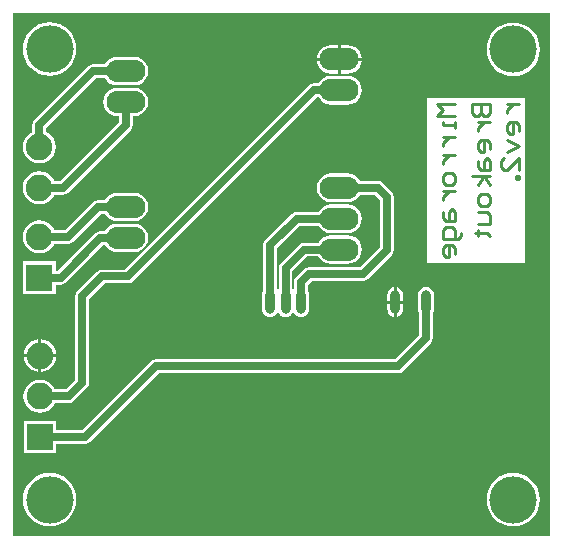
<source format=gbl>
G04 Layer_Physical_Order=2*
G04 Layer_Color=16711680*
%FSLAX24Y24*%
%MOIN*%
G70*
G01*
G75*
%ADD10O,0.0335X0.0787*%
%ADD11O,0.1300X0.0750*%
%ADD12R,0.0886X0.0886*%
%ADD13C,0.0886*%
%ADD14C,0.1575*%
%ADD15C,0.0250*%
%ADD16C,0.0150*%
%ADD17C,0.0100*%
G36*
X28132Y10257D02*
X10258D01*
Y27151D01*
Y27696D01*
X28132D01*
Y10257D01*
D02*
G37*
%LPC*%
G36*
X22939Y18001D02*
X22719D01*
Y17825D01*
X22728Y17755D01*
X22755Y17690D01*
X22798Y17634D01*
X22854Y17591D01*
X22919Y17564D01*
X22939Y17562D01*
Y18001D01*
D02*
G37*
G36*
X11192Y16811D02*
Y16320D01*
X11683D01*
X11671Y16411D01*
X11616Y16543D01*
X11529Y16657D01*
X11416Y16744D01*
X11283Y16799D01*
X11192Y16811D01*
D02*
G37*
G36*
X23259Y18001D02*
X23039D01*
Y17562D01*
X23059Y17564D01*
X23124Y17591D01*
X23180Y17634D01*
X23222Y17690D01*
X23249Y17755D01*
X23259Y17825D01*
Y18001D01*
D02*
G37*
G36*
X23039Y18541D02*
Y18101D01*
X23259D01*
Y18278D01*
X23249Y18347D01*
X23222Y18412D01*
X23180Y18468D01*
X23124Y18511D01*
X23059Y18538D01*
X23039Y18541D01*
D02*
G37*
G36*
X22939D02*
X22919Y18538D01*
X22854Y18511D01*
X22798Y18468D01*
X22755Y18412D01*
X22728Y18347D01*
X22719Y18278D01*
Y18101D01*
X22939D01*
Y18541D01*
D02*
G37*
G36*
X11092Y16811D02*
X11000Y16799D01*
X10868Y16744D01*
X10755Y16657D01*
X10668Y16543D01*
X10613Y16411D01*
X10601Y16320D01*
X11092D01*
Y16811D01*
D02*
G37*
G36*
X26919Y12358D02*
X26745Y12341D01*
X26578Y12290D01*
X26424Y12208D01*
X26289Y12097D01*
X26178Y11962D01*
X26095Y11808D01*
X26045Y11640D01*
X26028Y11467D01*
X26045Y11293D01*
X26095Y11125D01*
X26178Y10971D01*
X26289Y10836D01*
X26424Y10725D01*
X26578Y10643D01*
X26745Y10592D01*
X26919Y10575D01*
X27093Y10592D01*
X27261Y10643D01*
X27415Y10725D01*
X27550Y10836D01*
X27661Y10971D01*
X27743Y11125D01*
X27794Y11293D01*
X27811Y11467D01*
X27794Y11640D01*
X27743Y11808D01*
X27661Y11962D01*
X27550Y12097D01*
X27415Y12208D01*
X27261Y12290D01*
X27093Y12341D01*
X26919Y12358D01*
D02*
G37*
G36*
X11467D02*
X11293Y12341D01*
X11125Y12290D01*
X10971Y12208D01*
X10836Y12097D01*
X10725Y11962D01*
X10643Y11808D01*
X10592Y11640D01*
X10575Y11467D01*
X10592Y11293D01*
X10643Y11125D01*
X10725Y10971D01*
X10836Y10836D01*
X10971Y10725D01*
X11125Y10643D01*
X11293Y10592D01*
X11467Y10575D01*
X11640Y10592D01*
X11808Y10643D01*
X11962Y10725D01*
X12097Y10836D01*
X12208Y10971D01*
X12290Y11125D01*
X12341Y11293D01*
X12358Y11467D01*
X12341Y11640D01*
X12290Y11808D01*
X12208Y11962D01*
X12097Y12097D01*
X11962Y12208D01*
X11808Y12290D01*
X11640Y12341D01*
X11467Y12358D01*
D02*
G37*
G36*
X24009Y18547D02*
X23939Y18538D01*
X23874Y18511D01*
X23818Y18468D01*
X23775Y18412D01*
X23748Y18347D01*
X23739Y18278D01*
Y17825D01*
X23748Y17755D01*
X23775Y17690D01*
X23779Y17685D01*
Y16939D01*
X22979Y16138D01*
X15003D01*
X14915Y16120D01*
X14841Y16071D01*
X12549Y13779D01*
X11685D01*
Y14093D01*
X10599D01*
Y13007D01*
X11685D01*
Y13320D01*
X12644D01*
X12732Y13338D01*
X12806Y13387D01*
X15098Y15679D01*
X23074D01*
X23162Y15697D01*
X23236Y15746D01*
X24171Y16681D01*
X24221Y16756D01*
X24238Y16844D01*
Y17685D01*
X24242Y17690D01*
X24269Y17755D01*
X24279Y17825D01*
Y18278D01*
X24269Y18347D01*
X24242Y18412D01*
X24200Y18468D01*
X24144Y18511D01*
X24079Y18538D01*
X24009Y18547D01*
D02*
G37*
G36*
X11683Y16220D02*
X11192D01*
Y15729D01*
X11283Y15741D01*
X11416Y15795D01*
X11529Y15882D01*
X11616Y15996D01*
X11671Y16128D01*
X11683Y16220D01*
D02*
G37*
G36*
X11092D02*
X10601D01*
X10613Y16128D01*
X10668Y15996D01*
X10755Y15882D01*
X10868Y15795D01*
X11000Y15741D01*
X11092Y15729D01*
Y16220D01*
D02*
G37*
G36*
X27305Y24864D02*
X24033D01*
Y19365D01*
X27305D01*
Y24864D01*
D02*
G37*
G36*
X21069Y26091D02*
X20371D01*
X20381Y26017D01*
X20429Y25902D01*
X20505Y25802D01*
X20604Y25726D01*
X20720Y25678D01*
X20844Y25662D01*
X21069D01*
Y26091D01*
D02*
G37*
G36*
X11467Y27378D02*
X11293Y27361D01*
X11125Y27310D01*
X10971Y27228D01*
X10836Y27117D01*
X10725Y26982D01*
X10643Y26827D01*
X10592Y26660D01*
X10575Y26486D01*
X10592Y26312D01*
X10643Y26145D01*
X10725Y25991D01*
X10836Y25856D01*
X10971Y25745D01*
X11125Y25662D01*
X11293Y25612D01*
X11467Y25595D01*
X11640Y25612D01*
X11808Y25662D01*
X11962Y25745D01*
X12097Y25856D01*
X12208Y25991D01*
X12290Y26145D01*
X12341Y26312D01*
X12358Y26486D01*
X12341Y26660D01*
X12290Y26827D01*
X12208Y26982D01*
X12097Y27117D01*
X11962Y27228D01*
X11808Y27310D01*
X11640Y27361D01*
X11467Y27378D01*
D02*
G37*
G36*
X26919Y27368D02*
X26745Y27351D01*
X26578Y27300D01*
X26424Y27218D01*
X26289Y27107D01*
X26178Y26972D01*
X26095Y26818D01*
X26045Y26650D01*
X26028Y26476D01*
X26045Y26302D01*
X26095Y26135D01*
X26178Y25981D01*
X26289Y25846D01*
X26424Y25735D01*
X26578Y25653D01*
X26745Y25602D01*
X26919Y25585D01*
X27093Y25602D01*
X27261Y25653D01*
X27415Y25735D01*
X27550Y25846D01*
X27661Y25981D01*
X27743Y26135D01*
X27794Y26302D01*
X27811Y26476D01*
X27794Y26650D01*
X27743Y26818D01*
X27661Y26972D01*
X27550Y27107D01*
X27415Y27218D01*
X27261Y27300D01*
X27093Y27351D01*
X26919Y27368D01*
D02*
G37*
G36*
X21394Y26620D02*
X21169D01*
Y26191D01*
X21866D01*
X21856Y26265D01*
X21809Y26381D01*
X21732Y26480D01*
X21633Y26556D01*
X21518Y26604D01*
X21394Y26620D01*
D02*
G37*
G36*
X21069D02*
X20844D01*
X20720Y26604D01*
X20604Y26556D01*
X20505Y26480D01*
X20429Y26381D01*
X20381Y26265D01*
X20371Y26191D01*
X21069D01*
Y26620D01*
D02*
G37*
G36*
X21866Y26091D02*
X21169D01*
Y25662D01*
X21394D01*
X21518Y25678D01*
X21633Y25726D01*
X21732Y25802D01*
X21809Y25902D01*
X21856Y26017D01*
X21866Y26091D01*
D02*
G37*
G36*
X14275Y21699D02*
X13725D01*
X13601Y21683D01*
X13485Y21635D01*
X13386Y21559D01*
X13310Y21460D01*
X13306Y21449D01*
X13071D01*
X12984Y21432D01*
X12909Y21382D01*
X11983Y20456D01*
X11615D01*
X11596Y20500D01*
X11509Y20614D01*
X11396Y20701D01*
X11264Y20755D01*
X11122Y20774D01*
X10980Y20755D01*
X10848Y20701D01*
X10735Y20614D01*
X10648Y20500D01*
X10593Y20368D01*
X10574Y20226D01*
X10593Y20085D01*
X10648Y19953D01*
X10735Y19839D01*
X10848Y19752D01*
X10980Y19697D01*
X11122Y19679D01*
X11264Y19697D01*
X11396Y19752D01*
X11509Y19839D01*
X11596Y19953D01*
X11615Y19997D01*
X12078D01*
X12166Y20014D01*
X12240Y20064D01*
X13166Y20991D01*
X13306D01*
X13310Y20980D01*
X13386Y20881D01*
X13485Y20805D01*
X13601Y20757D01*
X13725Y20741D01*
X14275D01*
X14399Y20757D01*
X14514Y20805D01*
X14614Y20881D01*
X14690Y20980D01*
X14738Y21096D01*
X14754Y21220D01*
X14738Y21344D01*
X14690Y21460D01*
X14614Y21559D01*
X14514Y21635D01*
X14399Y21683D01*
X14275Y21699D01*
D02*
G37*
G36*
X21394Y22340D02*
X20844D01*
X20720Y22324D01*
X20604Y22276D01*
X20505Y22200D01*
X20429Y22101D01*
X20381Y21985D01*
X20365Y21861D01*
X20381Y21737D01*
X20429Y21622D01*
X20505Y21522D01*
X20604Y21446D01*
X20720Y21398D01*
X20844Y21382D01*
X21394D01*
X21518Y21398D01*
X21633Y21446D01*
X21732Y21522D01*
X21809Y21622D01*
X21813Y21632D01*
X22306D01*
X22477Y21460D01*
Y19878D01*
X21814Y19216D01*
X20108D01*
X20020Y19198D01*
X19946Y19148D01*
X19677Y18879D01*
X19627Y18805D01*
X19609Y18717D01*
Y18487D01*
X19584Y18472D01*
X19558Y18487D01*
Y19086D01*
X20044Y19572D01*
X20425D01*
X20429Y19562D01*
X20505Y19462D01*
X20604Y19386D01*
X20720Y19338D01*
X20844Y19322D01*
X21394D01*
X21518Y19338D01*
X21633Y19386D01*
X21732Y19462D01*
X21809Y19562D01*
X21856Y19677D01*
X21873Y19801D01*
X21856Y19925D01*
X21809Y20041D01*
X21732Y20140D01*
X21633Y20216D01*
X21518Y20264D01*
X21394Y20280D01*
X20844D01*
X20720Y20264D01*
X20604Y20216D01*
X20505Y20140D01*
X20429Y20041D01*
X20425Y20031D01*
X19949D01*
X19861Y20013D01*
X19787Y19963D01*
X19167Y19343D01*
X19117Y19269D01*
X19099Y19181D01*
Y18487D01*
X19074Y18472D01*
X19048Y18487D01*
Y19856D01*
X19794Y20602D01*
X20425D01*
X20429Y20592D01*
X20505Y20492D01*
X20604Y20416D01*
X20720Y20368D01*
X20844Y20352D01*
X21394D01*
X21518Y20368D01*
X21633Y20416D01*
X21732Y20492D01*
X21809Y20592D01*
X21856Y20707D01*
X21873Y20831D01*
X21856Y20955D01*
X21809Y21071D01*
X21732Y21170D01*
X21633Y21246D01*
X21518Y21294D01*
X21394Y21310D01*
X20844D01*
X20720Y21294D01*
X20604Y21246D01*
X20505Y21170D01*
X20429Y21071D01*
X20425Y21061D01*
X19699D01*
X19612Y21043D01*
X19537Y20993D01*
X18657Y20113D01*
X18607Y20039D01*
X18589Y19951D01*
Y18418D01*
X18585Y18412D01*
X18558Y18347D01*
X18549Y18278D01*
Y17825D01*
X18558Y17755D01*
X18585Y17690D01*
X18628Y17634D01*
X18684Y17591D01*
X18749Y17564D01*
X18819Y17555D01*
X18889Y17564D01*
X18954Y17591D01*
X19010Y17634D01*
X19045Y17681D01*
X19071Y17685D01*
X19077D01*
X19103Y17681D01*
X19138Y17634D01*
X19194Y17591D01*
X19259Y17564D01*
X19329Y17555D01*
X19399Y17564D01*
X19464Y17591D01*
X19520Y17634D01*
X19555Y17681D01*
X19581Y17685D01*
X19587D01*
X19613Y17681D01*
X19648Y17634D01*
X19704Y17591D01*
X19769Y17564D01*
X19839Y17555D01*
X19909Y17564D01*
X19974Y17591D01*
X20030Y17634D01*
X20072Y17690D01*
X20099Y17755D01*
X20109Y17825D01*
Y18278D01*
X20099Y18347D01*
X20072Y18412D01*
X20068Y18418D01*
Y18622D01*
X20203Y18757D01*
X21909D01*
X21997Y18774D01*
X22072Y18824D01*
X22869Y19621D01*
X22919Y19696D01*
X22936Y19783D01*
Y21555D01*
X22919Y21643D01*
X22869Y21717D01*
X22563Y22023D01*
X22488Y22073D01*
X22401Y22091D01*
X21813D01*
X21809Y22101D01*
X21732Y22200D01*
X21633Y22276D01*
X21518Y22324D01*
X21394Y22340D01*
D02*
G37*
G36*
X14275Y20669D02*
X13725D01*
X13601Y20653D01*
X13485Y20605D01*
X13386Y20529D01*
X13310Y20430D01*
X13306Y20419D01*
X13153D01*
X13065Y20402D01*
X12990Y20352D01*
X11734Y19096D01*
X11665D01*
Y19409D01*
X10579D01*
Y18323D01*
X11665D01*
Y18637D01*
X11829D01*
X11917Y18654D01*
X11991Y18704D01*
X13248Y19961D01*
X13306D01*
X13310Y19950D01*
X13386Y19851D01*
X13485Y19775D01*
X13601Y19727D01*
X13725Y19711D01*
X14275D01*
X14399Y19727D01*
X14514Y19775D01*
X14614Y19851D01*
X14690Y19950D01*
X14738Y20066D01*
X14754Y20190D01*
X14738Y20314D01*
X14690Y20430D01*
X14614Y20529D01*
X14514Y20605D01*
X14399Y20653D01*
X14275Y20669D01*
D02*
G37*
G36*
X14275Y26229D02*
X13725D01*
X13601Y26213D01*
X13485Y26165D01*
X13386Y26089D01*
X13310Y25990D01*
X13306Y25979D01*
X12925D01*
X12837Y25962D01*
X12763Y25912D01*
X10960Y24109D01*
X10910Y24035D01*
X10893Y23947D01*
Y23719D01*
X10848Y23701D01*
X10735Y23614D01*
X10648Y23500D01*
X10593Y23368D01*
X10574Y23226D01*
X10593Y23085D01*
X10648Y22953D01*
X10735Y22839D01*
X10848Y22752D01*
X10980Y22697D01*
X11122Y22679D01*
X11264Y22697D01*
X11396Y22752D01*
X11509Y22839D01*
X11596Y22953D01*
X11651Y23085D01*
X11670Y23226D01*
X11651Y23368D01*
X11596Y23500D01*
X11509Y23614D01*
X11396Y23701D01*
X11351Y23719D01*
Y23852D01*
X13020Y25521D01*
X13306D01*
X13310Y25510D01*
X13386Y25411D01*
X13485Y25335D01*
X13601Y25287D01*
X13725Y25271D01*
X14275D01*
X14399Y25287D01*
X14515Y25335D01*
X14614Y25411D01*
X14690Y25510D01*
X14738Y25626D01*
X14754Y25750D01*
X14738Y25874D01*
X14690Y25990D01*
X14614Y26089D01*
X14515Y26165D01*
X14399Y26213D01*
X14275Y26229D01*
D02*
G37*
G36*
X21394Y25590D02*
X20844D01*
X20720Y25574D01*
X20604Y25526D01*
X20505Y25450D01*
X20429Y25351D01*
X20425Y25341D01*
X20279D01*
X20191Y25323D01*
X20116Y25273D01*
X13980Y19137D01*
X13209D01*
X13121Y19119D01*
X13046Y19070D01*
X12388Y18411D01*
X12338Y18337D01*
X12321Y18249D01*
Y15460D01*
X12000Y15139D01*
X11634D01*
X11616Y15183D01*
X11529Y15297D01*
X11416Y15384D01*
X11283Y15439D01*
X11142Y15457D01*
X11000Y15439D01*
X10868Y15384D01*
X10755Y15297D01*
X10668Y15183D01*
X10613Y15051D01*
X10594Y14910D01*
X10613Y14768D01*
X10668Y14636D01*
X10755Y14522D01*
X10868Y14435D01*
X11000Y14381D01*
X11142Y14362D01*
X11283Y14381D01*
X11416Y14435D01*
X11529Y14522D01*
X11616Y14636D01*
X11634Y14680D01*
X12095D01*
X12183Y14698D01*
X12257Y14747D01*
X12712Y15203D01*
X12762Y15277D01*
X12779Y15365D01*
Y18154D01*
X13304Y18678D01*
X14075D01*
X14163Y18696D01*
X14237Y18745D01*
X20374Y24882D01*
X20425D01*
X20429Y24872D01*
X20505Y24772D01*
X20604Y24696D01*
X20720Y24648D01*
X20844Y24632D01*
X21394D01*
X21518Y24648D01*
X21633Y24696D01*
X21732Y24772D01*
X21809Y24872D01*
X21856Y24987D01*
X21873Y25111D01*
X21856Y25235D01*
X21809Y25351D01*
X21732Y25450D01*
X21633Y25526D01*
X21518Y25574D01*
X21394Y25590D01*
D02*
G37*
G36*
X14275Y25199D02*
X13725D01*
X13601Y25183D01*
X13485Y25135D01*
X13386Y25059D01*
X13310Y24960D01*
X13262Y24844D01*
X13246Y24720D01*
X13262Y24596D01*
X13310Y24480D01*
X13386Y24381D01*
X13485Y24305D01*
X13601Y24257D01*
X13725Y24241D01*
X13771D01*
Y24045D01*
X11805Y22079D01*
X11621D01*
X11596Y22140D01*
X11509Y22254D01*
X11396Y22341D01*
X11264Y22395D01*
X11122Y22414D01*
X10980Y22395D01*
X10848Y22341D01*
X10735Y22254D01*
X10648Y22140D01*
X10593Y22008D01*
X10574Y21866D01*
X10593Y21725D01*
X10648Y21593D01*
X10735Y21479D01*
X10848Y21392D01*
X10980Y21337D01*
X11122Y21319D01*
X11264Y21337D01*
X11396Y21392D01*
X11509Y21479D01*
X11596Y21593D01*
X11608Y21621D01*
X11900D01*
X11988Y21638D01*
X12062Y21688D01*
X14162Y23788D01*
X14212Y23862D01*
X14229Y23950D01*
Y24241D01*
X14275D01*
X14399Y24257D01*
X14515Y24305D01*
X14614Y24381D01*
X14690Y24480D01*
X14738Y24596D01*
X14754Y24720D01*
X14738Y24844D01*
X14690Y24960D01*
X14614Y25059D01*
X14515Y25135D01*
X14399Y25183D01*
X14275Y25199D01*
D02*
G37*
%LPD*%
D10*
X18819Y18051D02*
D03*
X19329D02*
D03*
X19839D02*
D03*
X22989D02*
D03*
X24009D02*
D03*
D11*
X14000Y20190D02*
D03*
Y21220D02*
D03*
X14000Y24720D02*
D03*
Y25750D02*
D03*
X21119Y19801D02*
D03*
Y20831D02*
D03*
Y21861D02*
D03*
Y25111D02*
D03*
Y26141D02*
D03*
D12*
X11142Y13550D02*
D03*
X11122Y18866D02*
D03*
D13*
X11142Y14910D02*
D03*
Y16270D02*
D03*
X11122Y20226D02*
D03*
Y21866D02*
D03*
Y23226D02*
D03*
D14*
X11467Y11467D02*
D03*
X26919D02*
D03*
Y26476D02*
D03*
X11467Y26486D02*
D03*
D15*
X12644Y13550D02*
X15003Y15908D01*
X23074D01*
X24009Y16844D01*
Y18051D01*
X22707Y19783D02*
Y21555D01*
X22401Y21861D01*
X21119D01*
Y20831D02*
X19699D01*
X18819Y19951D01*
Y18051D01*
X19329D02*
Y19181D01*
X19949Y19801D01*
X21119D01*
X21909Y18986D02*
X22707Y19783D01*
X21909Y18986D02*
X20108D01*
X19839Y18717D01*
Y18051D01*
X14000Y23950D02*
Y24720D01*
Y23950D02*
X11900Y21850D01*
X11166D01*
X11122Y20226D02*
X12078D01*
X13071Y21220D01*
X14000D01*
Y20190D02*
X13153D01*
X11829Y18866D01*
X11122D01*
X12550Y18249D02*
X13209Y18907D01*
X14075D01*
X20279Y25111D01*
X21119D01*
X21057Y25049D01*
X14000Y25750D02*
X12925D01*
X11122Y23947D01*
Y23226D01*
X12550Y18249D02*
Y15365D01*
X12095Y14910D01*
X11142D01*
Y13550D02*
X12644D01*
D16*
X11122Y21894D02*
X11166Y21850D01*
X11122Y21894D02*
X10850D01*
Y22050D01*
Y23210D02*
X10935Y23295D01*
D17*
X24585Y19665D02*
X24685Y19565D01*
X24785D01*
Y19965D01*
X24885D02*
X24685D01*
X24585Y19865D01*
Y19665D01*
X24985D02*
Y19865D01*
X24885Y19965D01*
X25085Y20165D02*
X24585D01*
Y20465D01*
X24685Y20565D01*
X24885D01*
X24985Y20465D01*
Y20165D01*
Y20765D02*
Y21065D01*
X24885Y21165D01*
X24785Y21065D01*
Y20765D01*
X24685D02*
X24985D01*
X24685D02*
X24585Y20865D01*
Y21065D01*
Y21465D02*
Y21565D01*
X24685Y21665D01*
X24785Y21765D01*
X24985D01*
X24585D01*
X24685Y21965D02*
X24585Y22065D01*
Y22265D01*
X24685Y22365D01*
X24885D01*
X24985Y22265D01*
Y22065D01*
X24885Y21965D01*
X24685D01*
X25185Y20365D02*
Y20265D01*
X25085Y20165D01*
X25645Y20365D02*
X25745D01*
Y20465D01*
Y20265D01*
Y20365D01*
X26045D01*
X26145Y20265D01*
Y20665D02*
X25745D01*
X26145D02*
Y20965D01*
X26045Y21065D01*
X25745D01*
X25845Y21265D02*
X25745Y21365D01*
Y21565D01*
X25845Y21665D01*
X26045D01*
X26145Y21565D01*
Y21365D01*
X26045Y21265D01*
X25845D01*
X25745Y21965D02*
X25945Y22265D01*
X26145Y21965D01*
X27005Y22165D02*
X27105D01*
Y22265D01*
X27005D01*
Y22165D01*
X27105Y22464D02*
Y22864D01*
X26705Y22464D01*
X26605D01*
X26505Y22564D01*
Y22764D01*
X26605Y22864D01*
X26145Y22764D02*
X26045Y22864D01*
X25945Y22764D01*
Y22464D01*
X25845D02*
X26145D01*
Y22764D01*
Y22265D02*
X25545D01*
X25745Y22564D02*
X25845Y22464D01*
X25745Y22564D02*
Y22764D01*
X26145Y23164D02*
Y23364D01*
X26045Y23464D01*
X25845D01*
X25745Y23364D01*
Y23164D01*
X25845Y23064D01*
X25945D01*
Y23464D01*
X25745Y23764D02*
Y23864D01*
X25845Y23964D01*
X25945Y24064D01*
X26145D01*
X25745D01*
Y24264D02*
X25645D01*
X25545Y24364D01*
Y24664D01*
X26145D01*
Y24364D01*
X26045Y24264D01*
X25945D01*
X25845Y24364D01*
Y24664D01*
Y24364D01*
X25745Y24264D01*
X26705Y23964D02*
Y23764D01*
X26805Y23664D01*
X26905D01*
Y24064D01*
X26805D02*
X26705Y23964D01*
Y23464D02*
X27105Y23264D01*
X26705Y23064D01*
X27105Y23764D02*
Y23964D01*
X27005Y24064D01*
X26805D01*
X26705Y24364D02*
Y24464D01*
X26805Y24564D01*
X26905Y24664D01*
X27105D01*
X26705D01*
X24985D02*
X24385D01*
X24585Y24464D01*
X24385Y24264D01*
X24985D01*
Y24064D02*
Y23864D01*
Y23964D01*
X24585D01*
Y24064D01*
Y23564D02*
X24985D01*
X24785D01*
X24685Y23464D01*
X24585Y23364D01*
Y23264D01*
Y22964D02*
X24985D01*
X24785D01*
X24685Y22864D01*
X24585Y22764D01*
Y22664D01*
M02*

</source>
